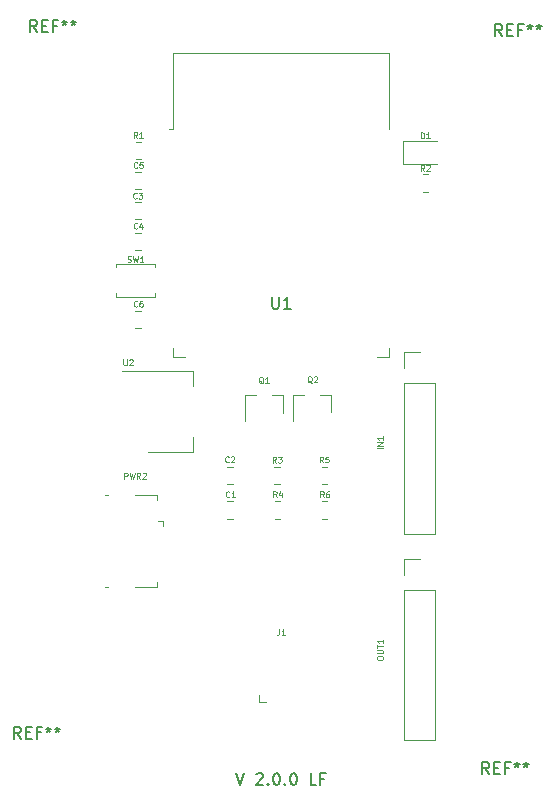
<source format=gto>
G04 #@! TF.GenerationSoftware,KiCad,Pcbnew,(5.1.9)-1*
G04 #@! TF.CreationDate,2021-01-22T20:27:00+08:00*
G04 #@! TF.ProjectId,esp-break,6573702d-6272-4656-916b-2e6b69636164,rev?*
G04 #@! TF.SameCoordinates,Original*
G04 #@! TF.FileFunction,Legend,Top*
G04 #@! TF.FilePolarity,Positive*
%FSLAX46Y46*%
G04 Gerber Fmt 4.6, Leading zero omitted, Abs format (unit mm)*
G04 Created by KiCad (PCBNEW (5.1.9)-1) date 2021-01-22 20:27:00*
%MOMM*%
%LPD*%
G01*
G04 APERTURE LIST*
%ADD10C,0.150000*%
%ADD11C,0.120000*%
%ADD12C,0.125000*%
G04 APERTURE END LIST*
D10*
X112778066Y-111720380D02*
X113111400Y-112720380D01*
X113444733Y-111720380D01*
X114492352Y-111815619D02*
X114539971Y-111768000D01*
X114635209Y-111720380D01*
X114873304Y-111720380D01*
X114968542Y-111768000D01*
X115016161Y-111815619D01*
X115063780Y-111910857D01*
X115063780Y-112006095D01*
X115016161Y-112148952D01*
X114444733Y-112720380D01*
X115063780Y-112720380D01*
X115492352Y-112625142D02*
X115539971Y-112672761D01*
X115492352Y-112720380D01*
X115444733Y-112672761D01*
X115492352Y-112625142D01*
X115492352Y-112720380D01*
X116159019Y-111720380D02*
X116254257Y-111720380D01*
X116349495Y-111768000D01*
X116397114Y-111815619D01*
X116444733Y-111910857D01*
X116492352Y-112101333D01*
X116492352Y-112339428D01*
X116444733Y-112529904D01*
X116397114Y-112625142D01*
X116349495Y-112672761D01*
X116254257Y-112720380D01*
X116159019Y-112720380D01*
X116063780Y-112672761D01*
X116016161Y-112625142D01*
X115968542Y-112529904D01*
X115920923Y-112339428D01*
X115920923Y-112101333D01*
X115968542Y-111910857D01*
X116016161Y-111815619D01*
X116063780Y-111768000D01*
X116159019Y-111720380D01*
X116920923Y-112625142D02*
X116968542Y-112672761D01*
X116920923Y-112720380D01*
X116873304Y-112672761D01*
X116920923Y-112625142D01*
X116920923Y-112720380D01*
X117587590Y-111720380D02*
X117682828Y-111720380D01*
X117778066Y-111768000D01*
X117825685Y-111815619D01*
X117873304Y-111910857D01*
X117920923Y-112101333D01*
X117920923Y-112339428D01*
X117873304Y-112529904D01*
X117825685Y-112625142D01*
X117778066Y-112672761D01*
X117682828Y-112720380D01*
X117587590Y-112720380D01*
X117492352Y-112672761D01*
X117444733Y-112625142D01*
X117397114Y-112529904D01*
X117349495Y-112339428D01*
X117349495Y-112101333D01*
X117397114Y-111910857D01*
X117444733Y-111815619D01*
X117492352Y-111768000D01*
X117587590Y-111720380D01*
X119587590Y-112720380D02*
X119111400Y-112720380D01*
X119111400Y-111720380D01*
X120254257Y-112196571D02*
X119920923Y-112196571D01*
X119920923Y-112720380D02*
X119920923Y-111720380D01*
X120397114Y-111720380D01*
D11*
X105917000Y-68900000D02*
X105917000Y-68600000D01*
X105917000Y-68600000D02*
X102617000Y-68600000D01*
X102617000Y-68600000D02*
X102617000Y-68900000D01*
X105917000Y-71100000D02*
X105917000Y-71400000D01*
X105917000Y-71400000D02*
X102617000Y-71400000D01*
X102617000Y-71400000D02*
X102617000Y-71100000D01*
X107455000Y-75725000D02*
X107455000Y-76505000D01*
X107455000Y-76505000D02*
X108455000Y-76505000D01*
X125695000Y-75725000D02*
X125695000Y-76505000D01*
X125695000Y-76505000D02*
X124695000Y-76505000D01*
X107455000Y-50760000D02*
X125695000Y-50760000D01*
X125695000Y-50760000D02*
X125695000Y-57180000D01*
X107455000Y-50760000D02*
X107455000Y-57180000D01*
X107455000Y-57180000D02*
X107075000Y-57180000D01*
X114721640Y-105717340D02*
X114721640Y-105082340D01*
X115356640Y-105717340D02*
X114721640Y-105717340D01*
X126990800Y-91449200D02*
X129650800Y-91449200D01*
X126990800Y-78689200D02*
X126990800Y-91449200D01*
X129650800Y-78689200D02*
X129650800Y-91449200D01*
X126990800Y-78689200D02*
X129650800Y-78689200D01*
X126990800Y-77419200D02*
X126990800Y-76089200D01*
X126990800Y-76089200D02*
X128320800Y-76089200D01*
X126990800Y-93589800D02*
X128320800Y-93589800D01*
X126990800Y-94919800D02*
X126990800Y-93589800D01*
X126990800Y-96189800D02*
X129650800Y-96189800D01*
X129650800Y-96189800D02*
X129650800Y-108949800D01*
X126990800Y-96189800D02*
X126990800Y-108949800D01*
X126990800Y-108949800D02*
X129650800Y-108949800D01*
X116718660Y-79735980D02*
X116718660Y-81195980D01*
X113558660Y-79735980D02*
X113558660Y-81895980D01*
X113558660Y-79735980D02*
X114488660Y-79735980D01*
X116718660Y-79735980D02*
X115788660Y-79735980D01*
X120806300Y-79712740D02*
X119876300Y-79712740D01*
X117646300Y-79712740D02*
X118576300Y-79712740D01*
X117646300Y-79712740D02*
X117646300Y-81872740D01*
X120806300Y-79712740D02*
X120806300Y-81172740D01*
X106054900Y-88175000D02*
X106054900Y-88625000D01*
X104204900Y-88175000D02*
X106054900Y-88175000D01*
X101654900Y-95975000D02*
X101904900Y-95975000D01*
X101654900Y-88175000D02*
X101904900Y-88175000D01*
X104204900Y-95975000D02*
X106054900Y-95975000D01*
X106054900Y-95975000D02*
X106054900Y-95525000D01*
X106604900Y-90375000D02*
X106604900Y-90825000D01*
X106604900Y-90375000D02*
X106154900Y-90375000D01*
X109120000Y-84510000D02*
X109120000Y-83250000D01*
X109120000Y-77690000D02*
X109120000Y-78950000D01*
X105360000Y-84510000D02*
X109120000Y-84510000D01*
X103110000Y-77690000D02*
X109120000Y-77690000D01*
X112038748Y-88715000D02*
X112561252Y-88715000D01*
X112038748Y-90185000D02*
X112561252Y-90185000D01*
X111988748Y-87235000D02*
X112511252Y-87235000D01*
X111988748Y-85765000D02*
X112511252Y-85765000D01*
X104761252Y-64835000D02*
X104238748Y-64835000D01*
X104761252Y-63365000D02*
X104238748Y-63365000D01*
X104761252Y-65965000D02*
X104238748Y-65965000D01*
X104761252Y-67435000D02*
X104238748Y-67435000D01*
X104238748Y-62285000D02*
X104761252Y-62285000D01*
X104238748Y-60815000D02*
X104761252Y-60815000D01*
X104238748Y-72565000D02*
X104761252Y-72565000D01*
X104238748Y-74035000D02*
X104761252Y-74035000D01*
X104272936Y-58265000D02*
X104727064Y-58265000D01*
X104272936Y-59735000D02*
X104727064Y-59735000D01*
X129027064Y-62485000D02*
X128572936Y-62485000D01*
X129027064Y-61015000D02*
X128572936Y-61015000D01*
X116022936Y-87235000D02*
X116477064Y-87235000D01*
X116022936Y-85765000D02*
X116477064Y-85765000D01*
X116527064Y-88715000D02*
X116072936Y-88715000D01*
X116527064Y-90185000D02*
X116072936Y-90185000D01*
X120022936Y-87235000D02*
X120477064Y-87235000D01*
X120022936Y-85765000D02*
X120477064Y-85765000D01*
X120072936Y-88715000D02*
X120527064Y-88715000D01*
X120072936Y-90185000D02*
X120527064Y-90185000D01*
X126940000Y-60110000D02*
X129800000Y-60110000D01*
X126940000Y-58190000D02*
X126940000Y-60110000D01*
X129800000Y-58190000D02*
X126940000Y-58190000D01*
D10*
X134216666Y-111802380D02*
X133883333Y-111326190D01*
X133645238Y-111802380D02*
X133645238Y-110802380D01*
X134026190Y-110802380D01*
X134121428Y-110850000D01*
X134169047Y-110897619D01*
X134216666Y-110992857D01*
X134216666Y-111135714D01*
X134169047Y-111230952D01*
X134121428Y-111278571D01*
X134026190Y-111326190D01*
X133645238Y-111326190D01*
X134645238Y-111278571D02*
X134978571Y-111278571D01*
X135121428Y-111802380D02*
X134645238Y-111802380D01*
X134645238Y-110802380D01*
X135121428Y-110802380D01*
X135883333Y-111278571D02*
X135550000Y-111278571D01*
X135550000Y-111802380D02*
X135550000Y-110802380D01*
X136026190Y-110802380D01*
X136550000Y-110802380D02*
X136550000Y-111040476D01*
X136311904Y-110945238D02*
X136550000Y-111040476D01*
X136788095Y-110945238D01*
X136407142Y-111230952D02*
X136550000Y-111040476D01*
X136692857Y-111230952D01*
X137311904Y-110802380D02*
X137311904Y-111040476D01*
X137073809Y-110945238D02*
X137311904Y-111040476D01*
X137550000Y-110945238D01*
X137169047Y-111230952D02*
X137311904Y-111040476D01*
X137454761Y-111230952D01*
X94566666Y-108802380D02*
X94233333Y-108326190D01*
X93995238Y-108802380D02*
X93995238Y-107802380D01*
X94376190Y-107802380D01*
X94471428Y-107850000D01*
X94519047Y-107897619D01*
X94566666Y-107992857D01*
X94566666Y-108135714D01*
X94519047Y-108230952D01*
X94471428Y-108278571D01*
X94376190Y-108326190D01*
X93995238Y-108326190D01*
X94995238Y-108278571D02*
X95328571Y-108278571D01*
X95471428Y-108802380D02*
X94995238Y-108802380D01*
X94995238Y-107802380D01*
X95471428Y-107802380D01*
X96233333Y-108278571D02*
X95900000Y-108278571D01*
X95900000Y-108802380D02*
X95900000Y-107802380D01*
X96376190Y-107802380D01*
X96900000Y-107802380D02*
X96900000Y-108040476D01*
X96661904Y-107945238D02*
X96900000Y-108040476D01*
X97138095Y-107945238D01*
X96757142Y-108230952D02*
X96900000Y-108040476D01*
X97042857Y-108230952D01*
X97661904Y-107802380D02*
X97661904Y-108040476D01*
X97423809Y-107945238D02*
X97661904Y-108040476D01*
X97900000Y-107945238D01*
X97519047Y-108230952D02*
X97661904Y-108040476D01*
X97804761Y-108230952D01*
X135316666Y-49302380D02*
X134983333Y-48826190D01*
X134745238Y-49302380D02*
X134745238Y-48302380D01*
X135126190Y-48302380D01*
X135221428Y-48350000D01*
X135269047Y-48397619D01*
X135316666Y-48492857D01*
X135316666Y-48635714D01*
X135269047Y-48730952D01*
X135221428Y-48778571D01*
X135126190Y-48826190D01*
X134745238Y-48826190D01*
X135745238Y-48778571D02*
X136078571Y-48778571D01*
X136221428Y-49302380D02*
X135745238Y-49302380D01*
X135745238Y-48302380D01*
X136221428Y-48302380D01*
X136983333Y-48778571D02*
X136650000Y-48778571D01*
X136650000Y-49302380D02*
X136650000Y-48302380D01*
X137126190Y-48302380D01*
X137650000Y-48302380D02*
X137650000Y-48540476D01*
X137411904Y-48445238D02*
X137650000Y-48540476D01*
X137888095Y-48445238D01*
X137507142Y-48730952D02*
X137650000Y-48540476D01*
X137792857Y-48730952D01*
X138411904Y-48302380D02*
X138411904Y-48540476D01*
X138173809Y-48445238D02*
X138411904Y-48540476D01*
X138650000Y-48445238D01*
X138269047Y-48730952D02*
X138411904Y-48540476D01*
X138554761Y-48730952D01*
X95916666Y-48952380D02*
X95583333Y-48476190D01*
X95345238Y-48952380D02*
X95345238Y-47952380D01*
X95726190Y-47952380D01*
X95821428Y-48000000D01*
X95869047Y-48047619D01*
X95916666Y-48142857D01*
X95916666Y-48285714D01*
X95869047Y-48380952D01*
X95821428Y-48428571D01*
X95726190Y-48476190D01*
X95345238Y-48476190D01*
X96345238Y-48428571D02*
X96678571Y-48428571D01*
X96821428Y-48952380D02*
X96345238Y-48952380D01*
X96345238Y-47952380D01*
X96821428Y-47952380D01*
X97583333Y-48428571D02*
X97250000Y-48428571D01*
X97250000Y-48952380D02*
X97250000Y-47952380D01*
X97726190Y-47952380D01*
X98250000Y-47952380D02*
X98250000Y-48190476D01*
X98011904Y-48095238D02*
X98250000Y-48190476D01*
X98488095Y-48095238D01*
X98107142Y-48380952D02*
X98250000Y-48190476D01*
X98392857Y-48380952D01*
X99011904Y-47952380D02*
X99011904Y-48190476D01*
X98773809Y-48095238D02*
X99011904Y-48190476D01*
X99250000Y-48095238D01*
X98869047Y-48380952D02*
X99011904Y-48190476D01*
X99154761Y-48380952D01*
D12*
X103600333Y-68424380D02*
X103671761Y-68448190D01*
X103790809Y-68448190D01*
X103838428Y-68424380D01*
X103862238Y-68400571D01*
X103886047Y-68352952D01*
X103886047Y-68305333D01*
X103862238Y-68257714D01*
X103838428Y-68233904D01*
X103790809Y-68210095D01*
X103695571Y-68186285D01*
X103647952Y-68162476D01*
X103624142Y-68138666D01*
X103600333Y-68091047D01*
X103600333Y-68043428D01*
X103624142Y-67995809D01*
X103647952Y-67972000D01*
X103695571Y-67948190D01*
X103814619Y-67948190D01*
X103886047Y-67972000D01*
X104052714Y-67948190D02*
X104171761Y-68448190D01*
X104267000Y-68091047D01*
X104362238Y-68448190D01*
X104481285Y-67948190D01*
X104933666Y-68448190D02*
X104647952Y-68448190D01*
X104790809Y-68448190D02*
X104790809Y-67948190D01*
X104743190Y-68019619D01*
X104695571Y-68067238D01*
X104647952Y-68091047D01*
D10*
X115838095Y-71402380D02*
X115838095Y-72211904D01*
X115885714Y-72307142D01*
X115933333Y-72354761D01*
X116028571Y-72402380D01*
X116219047Y-72402380D01*
X116314285Y-72354761D01*
X116361904Y-72307142D01*
X116409523Y-72211904D01*
X116409523Y-71402380D01*
X117409523Y-72402380D02*
X116838095Y-72402380D01*
X117123809Y-72402380D02*
X117123809Y-71402380D01*
X117028571Y-71545238D01*
X116933333Y-71640476D01*
X116838095Y-71688095D01*
D12*
X116419333Y-99548190D02*
X116419333Y-99905333D01*
X116395523Y-99976761D01*
X116347904Y-100024380D01*
X116276476Y-100048190D01*
X116228857Y-100048190D01*
X116919333Y-100048190D02*
X116633619Y-100048190D01*
X116776476Y-100048190D02*
X116776476Y-99548190D01*
X116728857Y-99619619D01*
X116681238Y-99667238D01*
X116633619Y-99691047D01*
X125226190Y-84225000D02*
X124726190Y-84225000D01*
X125226190Y-83986904D02*
X124726190Y-83986904D01*
X125226190Y-83701190D01*
X124726190Y-83701190D01*
X125226190Y-83201190D02*
X125226190Y-83486904D01*
X125226190Y-83344047D02*
X124726190Y-83344047D01*
X124797619Y-83391666D01*
X124845238Y-83439285D01*
X124869047Y-83486904D01*
X124726190Y-102013095D02*
X124726190Y-101917857D01*
X124750000Y-101870238D01*
X124797619Y-101822619D01*
X124892857Y-101798809D01*
X125059523Y-101798809D01*
X125154761Y-101822619D01*
X125202380Y-101870238D01*
X125226190Y-101917857D01*
X125226190Y-102013095D01*
X125202380Y-102060714D01*
X125154761Y-102108333D01*
X125059523Y-102132142D01*
X124892857Y-102132142D01*
X124797619Y-102108333D01*
X124750000Y-102060714D01*
X124726190Y-102013095D01*
X124726190Y-101584523D02*
X125130952Y-101584523D01*
X125178571Y-101560714D01*
X125202380Y-101536904D01*
X125226190Y-101489285D01*
X125226190Y-101394047D01*
X125202380Y-101346428D01*
X125178571Y-101322619D01*
X125130952Y-101298809D01*
X124726190Y-101298809D01*
X124726190Y-101132142D02*
X124726190Y-100846428D01*
X125226190Y-100989285D02*
X124726190Y-100989285D01*
X125226190Y-100417857D02*
X125226190Y-100703571D01*
X125226190Y-100560714D02*
X124726190Y-100560714D01*
X124797619Y-100608333D01*
X124845238Y-100655952D01*
X124869047Y-100703571D01*
X115102380Y-78723809D02*
X115054761Y-78700000D01*
X115007142Y-78652380D01*
X114935714Y-78580952D01*
X114888095Y-78557142D01*
X114840476Y-78557142D01*
X114864285Y-78676190D02*
X114816666Y-78652380D01*
X114769047Y-78604761D01*
X114745238Y-78509523D01*
X114745238Y-78342857D01*
X114769047Y-78247619D01*
X114816666Y-78200000D01*
X114864285Y-78176190D01*
X114959523Y-78176190D01*
X115007142Y-78200000D01*
X115054761Y-78247619D01*
X115078571Y-78342857D01*
X115078571Y-78509523D01*
X115054761Y-78604761D01*
X115007142Y-78652380D01*
X114959523Y-78676190D01*
X114864285Y-78676190D01*
X115554761Y-78676190D02*
X115269047Y-78676190D01*
X115411904Y-78676190D02*
X115411904Y-78176190D01*
X115364285Y-78247619D01*
X115316666Y-78295238D01*
X115269047Y-78319047D01*
X119202380Y-78673809D02*
X119154761Y-78650000D01*
X119107142Y-78602380D01*
X119035714Y-78530952D01*
X118988095Y-78507142D01*
X118940476Y-78507142D01*
X118964285Y-78626190D02*
X118916666Y-78602380D01*
X118869047Y-78554761D01*
X118845238Y-78459523D01*
X118845238Y-78292857D01*
X118869047Y-78197619D01*
X118916666Y-78150000D01*
X118964285Y-78126190D01*
X119059523Y-78126190D01*
X119107142Y-78150000D01*
X119154761Y-78197619D01*
X119178571Y-78292857D01*
X119178571Y-78459523D01*
X119154761Y-78554761D01*
X119107142Y-78602380D01*
X119059523Y-78626190D01*
X118964285Y-78626190D01*
X119369047Y-78173809D02*
X119392857Y-78150000D01*
X119440476Y-78126190D01*
X119559523Y-78126190D01*
X119607142Y-78150000D01*
X119630952Y-78173809D01*
X119654761Y-78221428D01*
X119654761Y-78269047D01*
X119630952Y-78340476D01*
X119345238Y-78626190D01*
X119654761Y-78626190D01*
X103320238Y-86776190D02*
X103320238Y-86276190D01*
X103510714Y-86276190D01*
X103558333Y-86300000D01*
X103582142Y-86323809D01*
X103605952Y-86371428D01*
X103605952Y-86442857D01*
X103582142Y-86490476D01*
X103558333Y-86514285D01*
X103510714Y-86538095D01*
X103320238Y-86538095D01*
X103772619Y-86276190D02*
X103891666Y-86776190D01*
X103986904Y-86419047D01*
X104082142Y-86776190D01*
X104201190Y-86276190D01*
X104677380Y-86776190D02*
X104510714Y-86538095D01*
X104391666Y-86776190D02*
X104391666Y-86276190D01*
X104582142Y-86276190D01*
X104629761Y-86300000D01*
X104653571Y-86323809D01*
X104677380Y-86371428D01*
X104677380Y-86442857D01*
X104653571Y-86490476D01*
X104629761Y-86514285D01*
X104582142Y-86538095D01*
X104391666Y-86538095D01*
X104867857Y-86323809D02*
X104891666Y-86300000D01*
X104939285Y-86276190D01*
X105058333Y-86276190D01*
X105105952Y-86300000D01*
X105129761Y-86323809D01*
X105153571Y-86371428D01*
X105153571Y-86419047D01*
X105129761Y-86490476D01*
X104844047Y-86776190D01*
X105153571Y-86776190D01*
X103251047Y-76688190D02*
X103251047Y-77092952D01*
X103274857Y-77140571D01*
X103298666Y-77164380D01*
X103346285Y-77188190D01*
X103441523Y-77188190D01*
X103489142Y-77164380D01*
X103512952Y-77140571D01*
X103536761Y-77092952D01*
X103536761Y-76688190D01*
X103751047Y-76735809D02*
X103774857Y-76712000D01*
X103822476Y-76688190D01*
X103941523Y-76688190D01*
X103989142Y-76712000D01*
X104012952Y-76735809D01*
X104036761Y-76783428D01*
X104036761Y-76831047D01*
X104012952Y-76902476D01*
X103727238Y-77188190D01*
X104036761Y-77188190D01*
X112216666Y-88316571D02*
X112192857Y-88340380D01*
X112121428Y-88364190D01*
X112073809Y-88364190D01*
X112002380Y-88340380D01*
X111954761Y-88292761D01*
X111930952Y-88245142D01*
X111907142Y-88149904D01*
X111907142Y-88078476D01*
X111930952Y-87983238D01*
X111954761Y-87935619D01*
X112002380Y-87888000D01*
X112073809Y-87864190D01*
X112121428Y-87864190D01*
X112192857Y-87888000D01*
X112216666Y-87911809D01*
X112692857Y-88364190D02*
X112407142Y-88364190D01*
X112550000Y-88364190D02*
X112550000Y-87864190D01*
X112502380Y-87935619D01*
X112454761Y-87983238D01*
X112407142Y-88007047D01*
X112166666Y-85353571D02*
X112142857Y-85377380D01*
X112071428Y-85401190D01*
X112023809Y-85401190D01*
X111952380Y-85377380D01*
X111904761Y-85329761D01*
X111880952Y-85282142D01*
X111857142Y-85186904D01*
X111857142Y-85115476D01*
X111880952Y-85020238D01*
X111904761Y-84972619D01*
X111952380Y-84925000D01*
X112023809Y-84901190D01*
X112071428Y-84901190D01*
X112142857Y-84925000D01*
X112166666Y-84948809D01*
X112357142Y-84948809D02*
X112380952Y-84925000D01*
X112428571Y-84901190D01*
X112547619Y-84901190D01*
X112595238Y-84925000D01*
X112619047Y-84948809D01*
X112642857Y-84996428D01*
X112642857Y-85044047D01*
X112619047Y-85115476D01*
X112333333Y-85401190D01*
X112642857Y-85401190D01*
X104366666Y-63028571D02*
X104342857Y-63052380D01*
X104271428Y-63076190D01*
X104223809Y-63076190D01*
X104152380Y-63052380D01*
X104104761Y-63004761D01*
X104080952Y-62957142D01*
X104057142Y-62861904D01*
X104057142Y-62790476D01*
X104080952Y-62695238D01*
X104104761Y-62647619D01*
X104152380Y-62600000D01*
X104223809Y-62576190D01*
X104271428Y-62576190D01*
X104342857Y-62600000D01*
X104366666Y-62623809D01*
X104533333Y-62576190D02*
X104842857Y-62576190D01*
X104676190Y-62766666D01*
X104747619Y-62766666D01*
X104795238Y-62790476D01*
X104819047Y-62814285D01*
X104842857Y-62861904D01*
X104842857Y-62980952D01*
X104819047Y-63028571D01*
X104795238Y-63052380D01*
X104747619Y-63076190D01*
X104604761Y-63076190D01*
X104557142Y-63052380D01*
X104533333Y-63028571D01*
X104416666Y-65578571D02*
X104392857Y-65602380D01*
X104321428Y-65626190D01*
X104273809Y-65626190D01*
X104202380Y-65602380D01*
X104154761Y-65554761D01*
X104130952Y-65507142D01*
X104107142Y-65411904D01*
X104107142Y-65340476D01*
X104130952Y-65245238D01*
X104154761Y-65197619D01*
X104202380Y-65150000D01*
X104273809Y-65126190D01*
X104321428Y-65126190D01*
X104392857Y-65150000D01*
X104416666Y-65173809D01*
X104845238Y-65292857D02*
X104845238Y-65626190D01*
X104726190Y-65102380D02*
X104607142Y-65459523D01*
X104916666Y-65459523D01*
X104416666Y-60428571D02*
X104392857Y-60452380D01*
X104321428Y-60476190D01*
X104273809Y-60476190D01*
X104202380Y-60452380D01*
X104154761Y-60404761D01*
X104130952Y-60357142D01*
X104107142Y-60261904D01*
X104107142Y-60190476D01*
X104130952Y-60095238D01*
X104154761Y-60047619D01*
X104202380Y-60000000D01*
X104273809Y-59976190D01*
X104321428Y-59976190D01*
X104392857Y-60000000D01*
X104416666Y-60023809D01*
X104869047Y-59976190D02*
X104630952Y-59976190D01*
X104607142Y-60214285D01*
X104630952Y-60190476D01*
X104678571Y-60166666D01*
X104797619Y-60166666D01*
X104845238Y-60190476D01*
X104869047Y-60214285D01*
X104892857Y-60261904D01*
X104892857Y-60380952D01*
X104869047Y-60428571D01*
X104845238Y-60452380D01*
X104797619Y-60476190D01*
X104678571Y-60476190D01*
X104630952Y-60452380D01*
X104607142Y-60428571D01*
X104416666Y-72178571D02*
X104392857Y-72202380D01*
X104321428Y-72226190D01*
X104273809Y-72226190D01*
X104202380Y-72202380D01*
X104154761Y-72154761D01*
X104130952Y-72107142D01*
X104107142Y-72011904D01*
X104107142Y-71940476D01*
X104130952Y-71845238D01*
X104154761Y-71797619D01*
X104202380Y-71750000D01*
X104273809Y-71726190D01*
X104321428Y-71726190D01*
X104392857Y-71750000D01*
X104416666Y-71773809D01*
X104845238Y-71726190D02*
X104750000Y-71726190D01*
X104702380Y-71750000D01*
X104678571Y-71773809D01*
X104630952Y-71845238D01*
X104607142Y-71940476D01*
X104607142Y-72130952D01*
X104630952Y-72178571D01*
X104654761Y-72202380D01*
X104702380Y-72226190D01*
X104797619Y-72226190D01*
X104845238Y-72202380D01*
X104869047Y-72178571D01*
X104892857Y-72130952D01*
X104892857Y-72011904D01*
X104869047Y-71964285D01*
X104845238Y-71940476D01*
X104797619Y-71916666D01*
X104702380Y-71916666D01*
X104654761Y-71940476D01*
X104630952Y-71964285D01*
X104607142Y-72011904D01*
X104416666Y-57926190D02*
X104250000Y-57688095D01*
X104130952Y-57926190D02*
X104130952Y-57426190D01*
X104321428Y-57426190D01*
X104369047Y-57450000D01*
X104392857Y-57473809D01*
X104416666Y-57521428D01*
X104416666Y-57592857D01*
X104392857Y-57640476D01*
X104369047Y-57664285D01*
X104321428Y-57688095D01*
X104130952Y-57688095D01*
X104892857Y-57926190D02*
X104607142Y-57926190D01*
X104750000Y-57926190D02*
X104750000Y-57426190D01*
X104702380Y-57497619D01*
X104654761Y-57545238D01*
X104607142Y-57569047D01*
X128716666Y-60726190D02*
X128550000Y-60488095D01*
X128430952Y-60726190D02*
X128430952Y-60226190D01*
X128621428Y-60226190D01*
X128669047Y-60250000D01*
X128692857Y-60273809D01*
X128716666Y-60321428D01*
X128716666Y-60392857D01*
X128692857Y-60440476D01*
X128669047Y-60464285D01*
X128621428Y-60488095D01*
X128430952Y-60488095D01*
X128907142Y-60273809D02*
X128930952Y-60250000D01*
X128978571Y-60226190D01*
X129097619Y-60226190D01*
X129145238Y-60250000D01*
X129169047Y-60273809D01*
X129192857Y-60321428D01*
X129192857Y-60369047D01*
X129169047Y-60440476D01*
X128883333Y-60726190D01*
X129192857Y-60726190D01*
X116166666Y-85426190D02*
X116000000Y-85188095D01*
X115880952Y-85426190D02*
X115880952Y-84926190D01*
X116071428Y-84926190D01*
X116119047Y-84950000D01*
X116142857Y-84973809D01*
X116166666Y-85021428D01*
X116166666Y-85092857D01*
X116142857Y-85140476D01*
X116119047Y-85164285D01*
X116071428Y-85188095D01*
X115880952Y-85188095D01*
X116333333Y-84926190D02*
X116642857Y-84926190D01*
X116476190Y-85116666D01*
X116547619Y-85116666D01*
X116595238Y-85140476D01*
X116619047Y-85164285D01*
X116642857Y-85211904D01*
X116642857Y-85330952D01*
X116619047Y-85378571D01*
X116595238Y-85402380D01*
X116547619Y-85426190D01*
X116404761Y-85426190D01*
X116357142Y-85402380D01*
X116333333Y-85378571D01*
X116216666Y-88364190D02*
X116050000Y-88126095D01*
X115930952Y-88364190D02*
X115930952Y-87864190D01*
X116121428Y-87864190D01*
X116169047Y-87888000D01*
X116192857Y-87911809D01*
X116216666Y-87959428D01*
X116216666Y-88030857D01*
X116192857Y-88078476D01*
X116169047Y-88102285D01*
X116121428Y-88126095D01*
X115930952Y-88126095D01*
X116645238Y-88030857D02*
X116645238Y-88364190D01*
X116526190Y-87840380D02*
X116407142Y-88197523D01*
X116716666Y-88197523D01*
X120156666Y-85416190D02*
X119990000Y-85178095D01*
X119870952Y-85416190D02*
X119870952Y-84916190D01*
X120061428Y-84916190D01*
X120109047Y-84940000D01*
X120132857Y-84963809D01*
X120156666Y-85011428D01*
X120156666Y-85082857D01*
X120132857Y-85130476D01*
X120109047Y-85154285D01*
X120061428Y-85178095D01*
X119870952Y-85178095D01*
X120609047Y-84916190D02*
X120370952Y-84916190D01*
X120347142Y-85154285D01*
X120370952Y-85130476D01*
X120418571Y-85106666D01*
X120537619Y-85106666D01*
X120585238Y-85130476D01*
X120609047Y-85154285D01*
X120632857Y-85201904D01*
X120632857Y-85320952D01*
X120609047Y-85368571D01*
X120585238Y-85392380D01*
X120537619Y-85416190D01*
X120418571Y-85416190D01*
X120370952Y-85392380D01*
X120347142Y-85368571D01*
X120216666Y-88364190D02*
X120050000Y-88126095D01*
X119930952Y-88364190D02*
X119930952Y-87864190D01*
X120121428Y-87864190D01*
X120169047Y-87888000D01*
X120192857Y-87911809D01*
X120216666Y-87959428D01*
X120216666Y-88030857D01*
X120192857Y-88078476D01*
X120169047Y-88102285D01*
X120121428Y-88126095D01*
X119930952Y-88126095D01*
X120645238Y-87864190D02*
X120550000Y-87864190D01*
X120502380Y-87888000D01*
X120478571Y-87911809D01*
X120430952Y-87983238D01*
X120407142Y-88078476D01*
X120407142Y-88268952D01*
X120430952Y-88316571D01*
X120454761Y-88340380D01*
X120502380Y-88364190D01*
X120597619Y-88364190D01*
X120645238Y-88340380D01*
X120669047Y-88316571D01*
X120692857Y-88268952D01*
X120692857Y-88149904D01*
X120669047Y-88102285D01*
X120645238Y-88078476D01*
X120597619Y-88054666D01*
X120502380Y-88054666D01*
X120454761Y-88078476D01*
X120430952Y-88102285D01*
X120407142Y-88149904D01*
X128430952Y-57976190D02*
X128430952Y-57476190D01*
X128550000Y-57476190D01*
X128621428Y-57500000D01*
X128669047Y-57547619D01*
X128692857Y-57595238D01*
X128716666Y-57690476D01*
X128716666Y-57761904D01*
X128692857Y-57857142D01*
X128669047Y-57904761D01*
X128621428Y-57952380D01*
X128550000Y-57976190D01*
X128430952Y-57976190D01*
X129192857Y-57976190D02*
X128907142Y-57976190D01*
X129050000Y-57976190D02*
X129050000Y-57476190D01*
X129002380Y-57547619D01*
X128954761Y-57595238D01*
X128907142Y-57619047D01*
M02*

</source>
